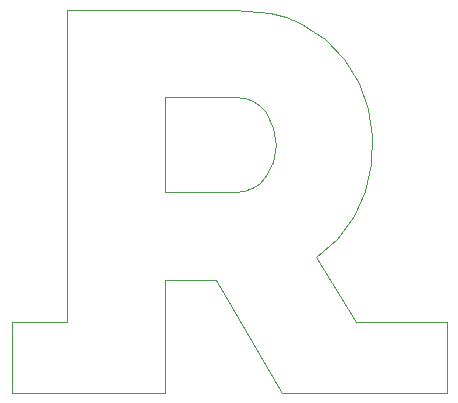
<source format=gm1>
G04 #@! TF.FileFunction,Profile,NP*
%FSLAX46Y46*%
G04 Gerber Fmt 4.6, Leading zero omitted, Abs format (unit mm)*
G04 Created by KiCad (PCBNEW 4.0.0-rc2-stable) date 3/3/2016 3:47:18 PM*
%MOMM*%
G01*
G04 APERTURE LIST*
%ADD10C,0.150000*%
%ADD11C,0.100000*%
G04 APERTURE END LIST*
D10*
D11*
X78760000Y-51160000D02*
X69490000Y-51160000D01*
X69490000Y-51160000D02*
X63930000Y-41610000D01*
X63930000Y-41610000D02*
X59630000Y-41610000D01*
X59630000Y-41610000D02*
X59630000Y-51150000D01*
X59630000Y-51150000D02*
X59630000Y-51160000D01*
X59630000Y-51160000D02*
X51330000Y-51160000D01*
X51330000Y-51160000D02*
X51330000Y-51150000D01*
X51330000Y-51150000D02*
X46630000Y-51150000D01*
X46630000Y-51150000D02*
X46630000Y-45150000D01*
X46630000Y-45150000D02*
X51330000Y-45150000D01*
X51330000Y-45150000D02*
X51330000Y-18720000D01*
X51330000Y-18720000D02*
X51330000Y-18720000D01*
X51330000Y-18720000D02*
X65560000Y-18720000D01*
X65560000Y-18720000D02*
X68530000Y-19010000D01*
X68530000Y-19010000D02*
X69860000Y-19370000D01*
X69860000Y-19370000D02*
X71070000Y-19880000D01*
X71070000Y-19880000D02*
X73170000Y-21220000D01*
X73170000Y-21220000D02*
X74820000Y-22920000D01*
X74820000Y-22920000D02*
X76040000Y-24900000D01*
X76040000Y-24900000D02*
X76810000Y-27110000D01*
X76810000Y-27110000D02*
X77160000Y-29430000D01*
X77160000Y-29430000D02*
X77070000Y-31770000D01*
X77070000Y-31770000D02*
X76550000Y-34040000D01*
X76550000Y-34040000D02*
X75610000Y-36190000D01*
X75610000Y-36190000D02*
X74230000Y-38100000D01*
X74230000Y-38100000D02*
X72410000Y-39670000D01*
X72410000Y-39670000D02*
X75800000Y-45150000D01*
X75800000Y-45150000D02*
X83460000Y-45150000D01*
X83460000Y-45150000D02*
X83460000Y-51150000D01*
X83460000Y-51150000D02*
X78760000Y-51150000D01*
X78760000Y-51150000D02*
X78760000Y-51160000D01*
X78760000Y-51160000D02*
X78760000Y-51160000D01*
X78760000Y-51160000D02*
X78760000Y-51160000D01*
X66340000Y-34070000D02*
X67030000Y-33840000D01*
X67030000Y-33840000D02*
X67620000Y-33450000D01*
X67620000Y-33450000D02*
X68100000Y-32900000D01*
X68100000Y-32900000D02*
X68770000Y-31590000D01*
X68770000Y-31590000D02*
X69010000Y-30150000D01*
X69010000Y-30150000D02*
X68810000Y-28700000D01*
X68810000Y-28700000D02*
X68170000Y-27390000D01*
X68170000Y-27390000D02*
X67690000Y-26840000D01*
X67690000Y-26840000D02*
X67090000Y-26450000D01*
X67090000Y-26450000D02*
X66380000Y-26210000D01*
X66380000Y-26210000D02*
X65560000Y-26130000D01*
X65560000Y-26130000D02*
X62590000Y-26110000D01*
X62590000Y-26110000D02*
X59620000Y-26140000D01*
X59620000Y-26140000D02*
X59620000Y-34150000D01*
X59620000Y-34150000D02*
X59630000Y-34150000D01*
X59630000Y-34150000D02*
X65560000Y-34150000D01*
X65560000Y-34150000D02*
X66340000Y-34070000D01*
X66340000Y-34070000D02*
X66340000Y-34070000D01*
X66340000Y-34070000D02*
X66340000Y-34070000D01*
M02*

</source>
